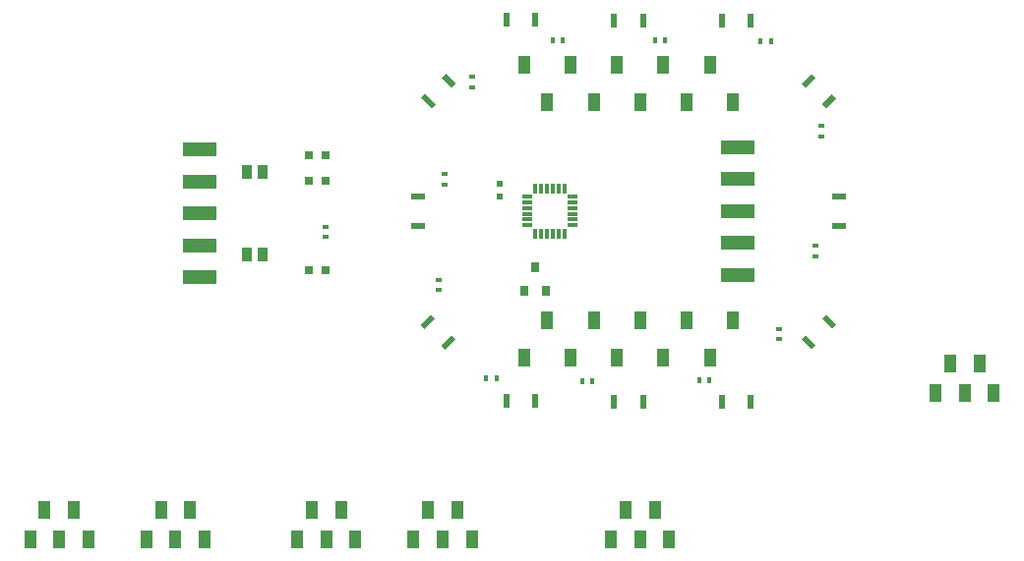
<source format=gbp>
G04 #@! TF.FileFunction,Paste,Bot*
%FSLAX46Y46*%
G04 Gerber Fmt 4.6, Leading zero omitted, Abs format (unit mm)*
G04 Created by KiCad (PCBNEW 4.0.7-e2-6376~58~ubuntu16.04.1) date Fri Aug  3 14:44:38 2018*
%MOMM*%
%LPD*%
G01*
G04 APERTURE LIST*
%ADD10C,0.100000*%
%ADD11R,1.000000X1.600000*%
%ADD12R,0.500000X1.250000*%
%ADD13R,0.850000X0.300000*%
%ADD14R,0.300000X0.850000*%
%ADD15R,1.250000X0.500000*%
%ADD16R,0.800000X0.900000*%
%ADD17R,0.500000X0.600000*%
%ADD18R,0.400000X0.600000*%
%ADD19R,0.600000X0.400000*%
%ADD20R,3.000000X1.250000*%
%ADD21R,0.800000X0.750000*%
%ADD22R,0.970000X1.270000*%
%ADD23R,1.000000X1.500000*%
G04 APERTURE END LIST*
D10*
D11*
X148000000Y-87600000D03*
X146000000Y-84400000D03*
X144000000Y-87600000D03*
X142000000Y-84400000D03*
X140000000Y-87600000D03*
X138000000Y-84400000D03*
X136000000Y-87600000D03*
X134000000Y-84400000D03*
X132000000Y-87600000D03*
X130000000Y-84400000D03*
D12*
X130980000Y-80540000D03*
X128480000Y-80540000D03*
X140260000Y-80570000D03*
X137760000Y-80570000D03*
X149530000Y-80550000D03*
X147030000Y-80550000D03*
X147040000Y-113450000D03*
X149540000Y-113450000D03*
X128470000Y-113390000D03*
X130970000Y-113390000D03*
D13*
X134160000Y-95730000D03*
X134160000Y-96230000D03*
X134160000Y-96730000D03*
X134160000Y-97230000D03*
X134160000Y-97730000D03*
X134160000Y-98230000D03*
D14*
X133460000Y-98930000D03*
X132960000Y-98930000D03*
X132460000Y-98930000D03*
X131960000Y-98930000D03*
X131460000Y-98930000D03*
X130960000Y-98930000D03*
D13*
X130260000Y-98230000D03*
X130260000Y-97730000D03*
X130260000Y-97230000D03*
X130260000Y-96730000D03*
X130260000Y-96230000D03*
X130260000Y-95730000D03*
D14*
X130960000Y-95030000D03*
X131460000Y-95030000D03*
X131960000Y-95030000D03*
X132460000Y-95030000D03*
X132960000Y-95030000D03*
X133460000Y-95030000D03*
D10*
G36*
X156872601Y-87248718D02*
X155988718Y-88132601D01*
X155635165Y-87779048D01*
X156519048Y-86895165D01*
X156872601Y-87248718D01*
X156872601Y-87248718D01*
G37*
G36*
X155104835Y-85480952D02*
X154220952Y-86364835D01*
X153867399Y-86011282D01*
X154751282Y-85127399D01*
X155104835Y-85480952D01*
X155104835Y-85480952D01*
G37*
D15*
X157120000Y-98250000D03*
X157120000Y-95750000D03*
X120860000Y-95760000D03*
X120860000Y-98260000D03*
D12*
X137750000Y-113450000D03*
X140250000Y-113450000D03*
D10*
G36*
X121127399Y-106811282D02*
X122011282Y-105927399D01*
X122364835Y-106280952D01*
X121480952Y-107164835D01*
X121127399Y-106811282D01*
X121127399Y-106811282D01*
G37*
G36*
X122895165Y-108579048D02*
X123779048Y-107695165D01*
X124132601Y-108048718D01*
X123248718Y-108932601D01*
X122895165Y-108579048D01*
X122895165Y-108579048D01*
G37*
G36*
X154771282Y-108902601D02*
X153887399Y-108018718D01*
X154240952Y-107665165D01*
X155124835Y-108549048D01*
X154771282Y-108902601D01*
X154771282Y-108902601D01*
G37*
G36*
X156539048Y-107134835D02*
X155655165Y-106250952D01*
X156008718Y-105897399D01*
X156892601Y-106781282D01*
X156539048Y-107134835D01*
X156539048Y-107134835D01*
G37*
G36*
X123268718Y-85117399D02*
X124152601Y-86001282D01*
X123799048Y-86354835D01*
X122915165Y-85470952D01*
X123268718Y-85117399D01*
X123268718Y-85117399D01*
G37*
G36*
X121500952Y-86885165D02*
X122384835Y-87769048D01*
X122031282Y-88122601D01*
X121147399Y-87238718D01*
X121500952Y-86885165D01*
X121500952Y-86885165D01*
G37*
D16*
X131890000Y-103860000D03*
X129990000Y-103860000D03*
X130940000Y-101860000D03*
D17*
X127880000Y-94620000D03*
X127880000Y-95720000D03*
D18*
X133370000Y-82290000D03*
X132470000Y-82290000D03*
X142175000Y-82275000D03*
X141275000Y-82275000D03*
X151275000Y-82325000D03*
X150375000Y-82325000D03*
D19*
X155625000Y-90550000D03*
X155625000Y-89650000D03*
X155125000Y-100875000D03*
X155125000Y-99975000D03*
X151975000Y-108050000D03*
X151975000Y-107150000D03*
D18*
X145075000Y-111575000D03*
X145975000Y-111575000D03*
X135000000Y-111675000D03*
X135900000Y-111675000D03*
X126725000Y-111425000D03*
X127625000Y-111425000D03*
D19*
X122625000Y-102900000D03*
X122625000Y-103800000D03*
X123150000Y-93800000D03*
X123150000Y-94700000D03*
X125550000Y-85450000D03*
X125550000Y-86350000D03*
D11*
X148000000Y-106400000D03*
X146000000Y-109600000D03*
X144000000Y-106400000D03*
X142000000Y-109600000D03*
X140000000Y-106400000D03*
X138000000Y-109600000D03*
X136000000Y-106400000D03*
X134000000Y-109600000D03*
X132000000Y-106400000D03*
X130000000Y-109600000D03*
D20*
X148400000Y-102475000D03*
X148400000Y-99725000D03*
X148400000Y-96975000D03*
X148400000Y-94225000D03*
X148400000Y-91475000D03*
D21*
X112950000Y-92225000D03*
X111450000Y-92225000D03*
X112950000Y-102100000D03*
X111450000Y-102100000D03*
X112950000Y-94425000D03*
X111450000Y-94425000D03*
D22*
X106185000Y-93625000D03*
X107465000Y-93625000D03*
X107465000Y-100775000D03*
X106185000Y-100775000D03*
D20*
X102100000Y-102700000D03*
X102100000Y-99950000D03*
X102100000Y-97200000D03*
X102100000Y-94450000D03*
X102100000Y-91700000D03*
D19*
X112950000Y-99225000D03*
X112950000Y-98325000D03*
D23*
X169200000Y-110175000D03*
X166700000Y-110175000D03*
X170450000Y-112675000D03*
X167950000Y-112675000D03*
X165450000Y-112675000D03*
X101250000Y-122750000D03*
X98750000Y-122750000D03*
X102500000Y-125250000D03*
X100000000Y-125250000D03*
X97500000Y-125250000D03*
X114250000Y-122750000D03*
X111750000Y-122750000D03*
X115500000Y-125250000D03*
X113000000Y-125250000D03*
X110500000Y-125250000D03*
X124250000Y-122750000D03*
X121750000Y-122750000D03*
X125500000Y-125250000D03*
X123000000Y-125250000D03*
X120500000Y-125250000D03*
X91250000Y-122750000D03*
X88750000Y-122750000D03*
X92500000Y-125250000D03*
X90000000Y-125250000D03*
X87500000Y-125250000D03*
X141250000Y-122750000D03*
X138750000Y-122750000D03*
X142500000Y-125250000D03*
X140000000Y-125250000D03*
X137500000Y-125250000D03*
M02*

</source>
